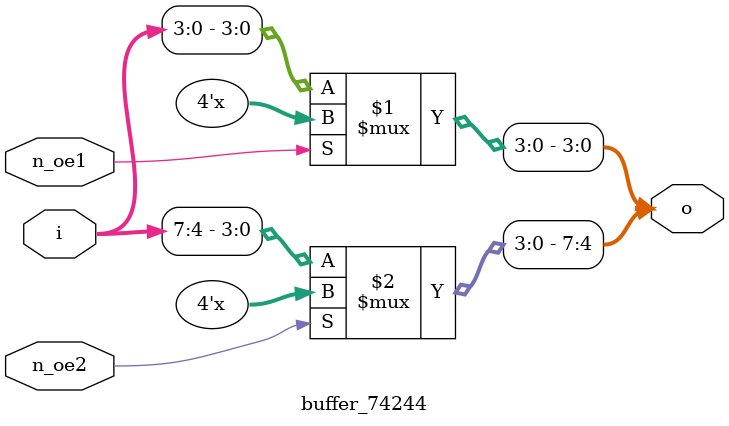
<source format=v>
`timescale 1ns/1ps
module buffer_74244(
//output
            o,
//input
            i,
            n_oe1,
            n_oe2);
    input wire [7:0] i;
    input wire n_oe1;
    input wire n_oe2;
    output wire [7:0] o;

    assign #11 o[3:0] = n_oe1 ? 4'bzzzz : i[3:0];
    assign #11 o[7:4] = n_oe2 ? 4'bzzzz : i[7:4];
endmodule

</source>
